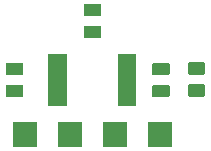
<source format=gbr>
G04 #@! TF.GenerationSoftware,KiCad,Pcbnew,(5.1.2)-2*
G04 #@! TF.CreationDate,2019-12-09T19:24:06+00:00*
G04 #@! TF.ProjectId,encoder_pcb,656e636f-6465-4725-9f70-63622e6b6963,rev?*
G04 #@! TF.SameCoordinates,Original*
G04 #@! TF.FileFunction,Soldermask,Bot*
G04 #@! TF.FilePolarity,Negative*
%FSLAX46Y46*%
G04 Gerber Fmt 4.6, Leading zero omitted, Abs format (unit mm)*
G04 Created by KiCad (PCBNEW (5.1.2)-2) date 2019-12-09 19:24:06*
%MOMM*%
%LPD*%
G04 APERTURE LIST*
%ADD10C,0.100000*%
G04 APERTURE END LIST*
D10*
G36*
X112956000Y-119651000D02*
G01*
X110854000Y-119651000D01*
X110854000Y-117549000D01*
X112956000Y-117549000D01*
X112956000Y-119651000D01*
X112956000Y-119651000D01*
G37*
G36*
X105336000Y-119651000D02*
G01*
X103234000Y-119651000D01*
X103234000Y-117549000D01*
X105336000Y-117549000D01*
X105336000Y-119651000D01*
X105336000Y-119651000D01*
G37*
G36*
X109146000Y-119651000D02*
G01*
X107044000Y-119651000D01*
X107044000Y-117549000D01*
X109146000Y-117549000D01*
X109146000Y-119651000D01*
X109146000Y-119651000D01*
G37*
G36*
X116766000Y-119651000D02*
G01*
X114664000Y-119651000D01*
X114664000Y-117549000D01*
X116766000Y-117549000D01*
X116766000Y-119651000D01*
X116766000Y-119651000D01*
G37*
G36*
X107850500Y-116226000D02*
G01*
X106273500Y-116226000D01*
X106273500Y-111774000D01*
X107850500Y-111774000D01*
X107850500Y-116226000D01*
X107850500Y-116226000D01*
G37*
G36*
X113726500Y-116226000D02*
G01*
X112149500Y-116226000D01*
X112149500Y-111774000D01*
X113726500Y-111774000D01*
X113726500Y-116226000D01*
X113726500Y-116226000D01*
G37*
G36*
X103984468Y-114403565D02*
G01*
X104023138Y-114415296D01*
X104058777Y-114434346D01*
X104090017Y-114459983D01*
X104115654Y-114491223D01*
X104134704Y-114526862D01*
X104146435Y-114565532D01*
X104151000Y-114611888D01*
X104151000Y-115263112D01*
X104146435Y-115309468D01*
X104134704Y-115348138D01*
X104115654Y-115383777D01*
X104090017Y-115415017D01*
X104058777Y-115440654D01*
X104023138Y-115459704D01*
X103984468Y-115471435D01*
X103938112Y-115476000D01*
X102861888Y-115476000D01*
X102815532Y-115471435D01*
X102776862Y-115459704D01*
X102741223Y-115440654D01*
X102709983Y-115415017D01*
X102684346Y-115383777D01*
X102665296Y-115348138D01*
X102653565Y-115309468D01*
X102649000Y-115263112D01*
X102649000Y-114611888D01*
X102653565Y-114565532D01*
X102665296Y-114526862D01*
X102684346Y-114491223D01*
X102709983Y-114459983D01*
X102741223Y-114434346D01*
X102776862Y-114415296D01*
X102815532Y-114403565D01*
X102861888Y-114399000D01*
X103938112Y-114399000D01*
X103984468Y-114403565D01*
X103984468Y-114403565D01*
G37*
G36*
X116384468Y-114403565D02*
G01*
X116423138Y-114415296D01*
X116458777Y-114434346D01*
X116490017Y-114459983D01*
X116515654Y-114491223D01*
X116534704Y-114526862D01*
X116546435Y-114565532D01*
X116551000Y-114611888D01*
X116551000Y-115263112D01*
X116546435Y-115309468D01*
X116534704Y-115348138D01*
X116515654Y-115383777D01*
X116490017Y-115415017D01*
X116458777Y-115440654D01*
X116423138Y-115459704D01*
X116384468Y-115471435D01*
X116338112Y-115476000D01*
X115261888Y-115476000D01*
X115215532Y-115471435D01*
X115176862Y-115459704D01*
X115141223Y-115440654D01*
X115109983Y-115415017D01*
X115084346Y-115383777D01*
X115065296Y-115348138D01*
X115053565Y-115309468D01*
X115049000Y-115263112D01*
X115049000Y-114611888D01*
X115053565Y-114565532D01*
X115065296Y-114526862D01*
X115084346Y-114491223D01*
X115109983Y-114459983D01*
X115141223Y-114434346D01*
X115176862Y-114415296D01*
X115215532Y-114403565D01*
X115261888Y-114399000D01*
X116338112Y-114399000D01*
X116384468Y-114403565D01*
X116384468Y-114403565D01*
G37*
G36*
X119384468Y-114341065D02*
G01*
X119423138Y-114352796D01*
X119458777Y-114371846D01*
X119490017Y-114397483D01*
X119515654Y-114428723D01*
X119534704Y-114464362D01*
X119546435Y-114503032D01*
X119551000Y-114549388D01*
X119551000Y-115200612D01*
X119546435Y-115246968D01*
X119534704Y-115285638D01*
X119515654Y-115321277D01*
X119490017Y-115352517D01*
X119458777Y-115378154D01*
X119423138Y-115397204D01*
X119384468Y-115408935D01*
X119338112Y-115413500D01*
X118261888Y-115413500D01*
X118215532Y-115408935D01*
X118176862Y-115397204D01*
X118141223Y-115378154D01*
X118109983Y-115352517D01*
X118084346Y-115321277D01*
X118065296Y-115285638D01*
X118053565Y-115246968D01*
X118049000Y-115200612D01*
X118049000Y-114549388D01*
X118053565Y-114503032D01*
X118065296Y-114464362D01*
X118084346Y-114428723D01*
X118109983Y-114397483D01*
X118141223Y-114371846D01*
X118176862Y-114352796D01*
X118215532Y-114341065D01*
X118261888Y-114336500D01*
X119338112Y-114336500D01*
X119384468Y-114341065D01*
X119384468Y-114341065D01*
G37*
G36*
X116384468Y-112528565D02*
G01*
X116423138Y-112540296D01*
X116458777Y-112559346D01*
X116490017Y-112584983D01*
X116515654Y-112616223D01*
X116534704Y-112651862D01*
X116546435Y-112690532D01*
X116551000Y-112736888D01*
X116551000Y-113388112D01*
X116546435Y-113434468D01*
X116534704Y-113473138D01*
X116515654Y-113508777D01*
X116490017Y-113540017D01*
X116458777Y-113565654D01*
X116423138Y-113584704D01*
X116384468Y-113596435D01*
X116338112Y-113601000D01*
X115261888Y-113601000D01*
X115215532Y-113596435D01*
X115176862Y-113584704D01*
X115141223Y-113565654D01*
X115109983Y-113540017D01*
X115084346Y-113508777D01*
X115065296Y-113473138D01*
X115053565Y-113434468D01*
X115049000Y-113388112D01*
X115049000Y-112736888D01*
X115053565Y-112690532D01*
X115065296Y-112651862D01*
X115084346Y-112616223D01*
X115109983Y-112584983D01*
X115141223Y-112559346D01*
X115176862Y-112540296D01*
X115215532Y-112528565D01*
X115261888Y-112524000D01*
X116338112Y-112524000D01*
X116384468Y-112528565D01*
X116384468Y-112528565D01*
G37*
G36*
X103984468Y-112528565D02*
G01*
X104023138Y-112540296D01*
X104058777Y-112559346D01*
X104090017Y-112584983D01*
X104115654Y-112616223D01*
X104134704Y-112651862D01*
X104146435Y-112690532D01*
X104151000Y-112736888D01*
X104151000Y-113388112D01*
X104146435Y-113434468D01*
X104134704Y-113473138D01*
X104115654Y-113508777D01*
X104090017Y-113540017D01*
X104058777Y-113565654D01*
X104023138Y-113584704D01*
X103984468Y-113596435D01*
X103938112Y-113601000D01*
X102861888Y-113601000D01*
X102815532Y-113596435D01*
X102776862Y-113584704D01*
X102741223Y-113565654D01*
X102709983Y-113540017D01*
X102684346Y-113508777D01*
X102665296Y-113473138D01*
X102653565Y-113434468D01*
X102649000Y-113388112D01*
X102649000Y-112736888D01*
X102653565Y-112690532D01*
X102665296Y-112651862D01*
X102684346Y-112616223D01*
X102709983Y-112584983D01*
X102741223Y-112559346D01*
X102776862Y-112540296D01*
X102815532Y-112528565D01*
X102861888Y-112524000D01*
X103938112Y-112524000D01*
X103984468Y-112528565D01*
X103984468Y-112528565D01*
G37*
G36*
X119384468Y-112466065D02*
G01*
X119423138Y-112477796D01*
X119458777Y-112496846D01*
X119490017Y-112522483D01*
X119515654Y-112553723D01*
X119534704Y-112589362D01*
X119546435Y-112628032D01*
X119551000Y-112674388D01*
X119551000Y-113325612D01*
X119546435Y-113371968D01*
X119534704Y-113410638D01*
X119515654Y-113446277D01*
X119490017Y-113477517D01*
X119458777Y-113503154D01*
X119423138Y-113522204D01*
X119384468Y-113533935D01*
X119338112Y-113538500D01*
X118261888Y-113538500D01*
X118215532Y-113533935D01*
X118176862Y-113522204D01*
X118141223Y-113503154D01*
X118109983Y-113477517D01*
X118084346Y-113446277D01*
X118065296Y-113410638D01*
X118053565Y-113371968D01*
X118049000Y-113325612D01*
X118049000Y-112674388D01*
X118053565Y-112628032D01*
X118065296Y-112589362D01*
X118084346Y-112553723D01*
X118109983Y-112522483D01*
X118141223Y-112496846D01*
X118176862Y-112477796D01*
X118215532Y-112466065D01*
X118261888Y-112461500D01*
X119338112Y-112461500D01*
X119384468Y-112466065D01*
X119384468Y-112466065D01*
G37*
G36*
X110584468Y-109403565D02*
G01*
X110623138Y-109415296D01*
X110658777Y-109434346D01*
X110690017Y-109459983D01*
X110715654Y-109491223D01*
X110734704Y-109526862D01*
X110746435Y-109565532D01*
X110751000Y-109611888D01*
X110751000Y-110263112D01*
X110746435Y-110309468D01*
X110734704Y-110348138D01*
X110715654Y-110383777D01*
X110690017Y-110415017D01*
X110658777Y-110440654D01*
X110623138Y-110459704D01*
X110584468Y-110471435D01*
X110538112Y-110476000D01*
X109461888Y-110476000D01*
X109415532Y-110471435D01*
X109376862Y-110459704D01*
X109341223Y-110440654D01*
X109309983Y-110415017D01*
X109284346Y-110383777D01*
X109265296Y-110348138D01*
X109253565Y-110309468D01*
X109249000Y-110263112D01*
X109249000Y-109611888D01*
X109253565Y-109565532D01*
X109265296Y-109526862D01*
X109284346Y-109491223D01*
X109309983Y-109459983D01*
X109341223Y-109434346D01*
X109376862Y-109415296D01*
X109415532Y-109403565D01*
X109461888Y-109399000D01*
X110538112Y-109399000D01*
X110584468Y-109403565D01*
X110584468Y-109403565D01*
G37*
G36*
X110584468Y-107528565D02*
G01*
X110623138Y-107540296D01*
X110658777Y-107559346D01*
X110690017Y-107584983D01*
X110715654Y-107616223D01*
X110734704Y-107651862D01*
X110746435Y-107690532D01*
X110751000Y-107736888D01*
X110751000Y-108388112D01*
X110746435Y-108434468D01*
X110734704Y-108473138D01*
X110715654Y-108508777D01*
X110690017Y-108540017D01*
X110658777Y-108565654D01*
X110623138Y-108584704D01*
X110584468Y-108596435D01*
X110538112Y-108601000D01*
X109461888Y-108601000D01*
X109415532Y-108596435D01*
X109376862Y-108584704D01*
X109341223Y-108565654D01*
X109309983Y-108540017D01*
X109284346Y-108508777D01*
X109265296Y-108473138D01*
X109253565Y-108434468D01*
X109249000Y-108388112D01*
X109249000Y-107736888D01*
X109253565Y-107690532D01*
X109265296Y-107651862D01*
X109284346Y-107616223D01*
X109309983Y-107584983D01*
X109341223Y-107559346D01*
X109376862Y-107540296D01*
X109415532Y-107528565D01*
X109461888Y-107524000D01*
X110538112Y-107524000D01*
X110584468Y-107528565D01*
X110584468Y-107528565D01*
G37*
M02*

</source>
